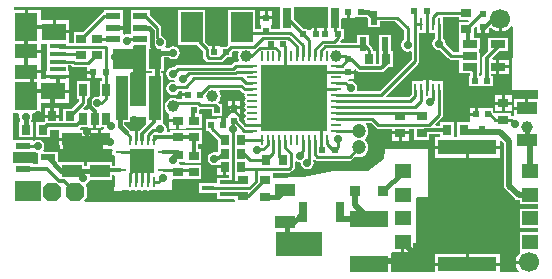
<source format=gtl>
G04 Layer_Physical_Order=1*
G04 Layer_Color=255*
%FSLAX25Y25*%
%MOIN*%
G70*
G01*
G75*
%ADD10R,0.01969X0.02362*%
%ADD11R,0.02362X0.01969*%
%ADD12R,0.03543X0.03150*%
%ADD13R,0.03150X0.03543*%
%ADD14R,0.07480X0.09350*%
%ADD15R,0.07480X0.04626*%
%ADD16R,0.07874X0.05807*%
%ADD17R,0.08268X0.05807*%
%ADD18R,0.05433X0.01772*%
%ADD19R,0.03937X0.14961*%
%ADD20R,0.06693X0.04331*%
%ADD21R,0.04331X0.06693*%
%ADD22O,0.00984X0.03543*%
%ADD23O,0.03543X0.00984*%
%ADD24R,0.22441X0.22441*%
%ADD25R,0.02559X0.04331*%
%ADD26R,0.04724X0.02362*%
%ADD27R,0.03150X0.06693*%
%ADD28R,0.00984X0.04331*%
%ADD29R,0.02362X0.04528*%
%ADD30R,0.02756X0.03543*%
%ADD31R,0.08071X0.08071*%
%ADD32O,0.00787X0.03543*%
%ADD33O,0.03543X0.00787*%
%ADD34R,0.05315X0.04724*%
%ADD35R,0.19685X0.04724*%
%ADD36R,0.12992X0.05512*%
%ADD37R,0.05118X0.02756*%
%ADD38R,0.07480X0.10236*%
%ADD39R,0.05118X0.02362*%
%ADD40R,0.03543X0.03543*%
%ADD41R,0.02953X0.07087*%
%ADD42R,0.04331X0.01575*%
%ADD43C,0.00984*%
%ADD44C,0.01181*%
%ADD45C,0.01575*%
%ADD46C,0.01969*%
%ADD47R,0.13780X0.06496*%
%ADD48R,0.07480X0.06890*%
%ADD49C,0.03937*%
%ADD50R,0.15748X0.07874*%
%ADD51R,0.09055X0.07087*%
%ADD52C,0.04724*%
%ADD53C,0.06693*%
G04:AMPARAMS|DCode=54|XSize=59.06mil|YSize=59.06mil|CornerRadius=0mil|HoleSize=0mil|Usage=FLASHONLY|Rotation=90.000|XOffset=0mil|YOffset=0mil|HoleType=Round|Shape=Octagon|*
%AMOCTAGOND54*
4,1,8,0.01476,0.02953,-0.01476,0.02953,-0.02953,0.01476,-0.02953,-0.01476,-0.01476,-0.02953,0.01476,-0.02953,0.02953,-0.01476,0.02953,0.01476,0.01476,0.02953,0.0*
%
%ADD54OCTAGOND54*%

%ADD55C,0.02756*%
%ADD56C,0.01969*%
G36*
X12244Y-15748D02*
Y-18307D01*
Y-22425D01*
X12032D01*
Y-23811D01*
X19465D01*
Y-22425D01*
X19252D01*
Y-20497D01*
X20271D01*
X20479Y-20706D01*
X20903Y-20989D01*
X21402Y-21088D01*
X25398D01*
Y-22335D01*
X27579D01*
Y-22835D01*
X28079D01*
Y-24819D01*
X29760D01*
Y-24819D01*
X29902Y-24606D01*
X30487D01*
Y-25787D01*
X29724D01*
Y-30607D01*
X29338Y-30925D01*
X29037Y-30865D01*
X28192Y-31033D01*
X27476Y-31511D01*
X26997Y-32228D01*
X26829Y-33073D01*
X26997Y-33917D01*
X27402Y-34524D01*
X27228Y-35024D01*
X25772D01*
Y-35236D01*
X24545D01*
X24354Y-34774D01*
X25234Y-33895D01*
X25516Y-33472D01*
X25616Y-32972D01*
Y-31693D01*
X26378D01*
Y-25787D01*
X22244D01*
Y-31693D01*
X23006D01*
Y-32432D01*
X20498Y-34941D01*
X17618D01*
Y-39048D01*
X16256D01*
Y-38000D01*
X11500D01*
Y-39332D01*
X11443Y-39370D01*
X8465D01*
Y-44488D01*
X13189D01*
Y-41858D01*
X15747D01*
X16224Y-41913D01*
X16224Y-42358D01*
Y-44579D01*
X24917D01*
Y-41913D01*
X23367D01*
X23170Y-41443D01*
X23452Y-41142D01*
X25772D01*
Y-41354D01*
X27551D01*
Y-38189D01*
X28551D01*
Y-41354D01*
X30331D01*
Y-41142D01*
X31049D01*
X31210Y-41452D01*
X30913Y-41913D01*
X30323D01*
Y-45079D01*
Y-48244D01*
X33836D01*
X34103Y-48744D01*
X34022Y-48866D01*
X33914Y-49409D01*
X34022Y-49953D01*
X34330Y-50414D01*
X34752Y-50696D01*
X34749Y-54107D01*
X33957D01*
Y-52756D01*
X25689D01*
Y-54103D01*
X24705D01*
Y-52756D01*
X16437D01*
X16437Y-52756D01*
Y-52756D01*
X16029Y-52538D01*
X15748Y-52257D01*
Y-49213D01*
X11177D01*
X10910Y-48713D01*
X11194Y-48288D01*
X11362Y-47443D01*
X11194Y-46598D01*
X10715Y-45882D01*
X9999Y-45404D01*
X9154Y-45235D01*
X8309Y-45404D01*
X7980Y-45623D01*
X7480Y-45472D01*
Y-45472D01*
X7480Y-45472D01*
X1302D01*
X949Y-45118D01*
X975Y-36482D01*
X2704D01*
X3033Y-36982D01*
X2910Y-37598D01*
X3078Y-38443D01*
X3364Y-38870D01*
X3096Y-39370D01*
X2953D01*
Y-44488D01*
X7677D01*
Y-39370D01*
X6921D01*
Y-38798D01*
X7158Y-38443D01*
X7326Y-37598D01*
X7203Y-36982D01*
X7532Y-36482D01*
X10055D01*
Y-32939D01*
X13870D01*
Y-29035D01*
X14370D01*
Y-28535D01*
X19504D01*
Y-25132D01*
X19465D01*
Y-24811D01*
X12032D01*
Y-25132D01*
X10055D01*
Y-23039D01*
X5315D01*
Y-22039D01*
X10055D01*
Y-19226D01*
X10055D01*
Y-19160D01*
X10055D01*
Y-16346D01*
X5315D01*
Y-15347D01*
X10055D01*
Y-13254D01*
X12244D01*
Y-15748D01*
D02*
G37*
G36*
X113118Y-4543D02*
X114799D01*
Y-4543D01*
X114941Y-4331D01*
X118792D01*
X119291Y-4830D01*
Y-7579D01*
X123228D01*
Y-5832D01*
X128298D01*
X131176Y-8710D01*
Y-11949D01*
X130919Y-12120D01*
X130441Y-12836D01*
X130272Y-13681D01*
X130441Y-14526D01*
X130919Y-15242D01*
X131635Y-15721D01*
X132480Y-15889D01*
X133235Y-15739D01*
X133735Y-16003D01*
Y-18456D01*
X123082Y-29109D01*
X115707D01*
X115444Y-28609D01*
X115594Y-27854D01*
X115426Y-27009D01*
X114947Y-26293D01*
X114231Y-25815D01*
X113386Y-25647D01*
X112970Y-25729D01*
X112794Y-25554D01*
X112560Y-25398D01*
X112712Y-24898D01*
X114681D01*
Y-23216D01*
X112697D01*
Y-22217D01*
X114681D01*
Y-21901D01*
X115143Y-21710D01*
X115357Y-21924D01*
X115643Y-22352D01*
X116099Y-22656D01*
X116637Y-22763D01*
X123652D01*
X124189Y-22656D01*
X124645Y-22352D01*
X126032Y-20965D01*
X127461D01*
Y-15846D01*
X126969D01*
Y-10335D01*
X123031D01*
Y-15846D01*
X122736D01*
Y-19953D01*
X121949D01*
Y-15846D01*
X120891D01*
Y-15453D01*
X120792Y-14954D01*
X120509Y-14530D01*
X119488Y-13509D01*
Y-10335D01*
X115551D01*
Y-12869D01*
X110101D01*
X109910Y-12408D01*
X110155Y-12163D01*
X110390Y-11811D01*
X111201D01*
Y-8268D01*
X110315D01*
Y-4993D01*
X110437Y-4543D01*
X112118D01*
Y-2559D01*
X113118D01*
Y-4543D01*
D02*
G37*
G36*
X149409Y-5315D02*
X152542D01*
X152729Y-5752D01*
X152440Y-6102D01*
X149409D01*
Y-10827D01*
X149686D01*
X149705Y-11319D01*
X149705Y-11319D01*
X149705Y-11319D01*
Y-15920D01*
X147489D01*
X145061Y-13492D01*
X145121Y-13189D01*
X144953Y-12344D01*
X144474Y-11628D01*
X144218Y-11456D01*
Y-6594D01*
X144193Y-6469D01*
Y-4257D01*
X149409D01*
Y-5315D01*
D02*
G37*
G36*
X45374Y-38287D02*
D01*
Y-39469D01*
X45374Y-39469D01*
X45374D01*
X45207Y-39908D01*
X42907Y-42209D01*
X39891D01*
X39869Y-42102D01*
X39521Y-41581D01*
X38023Y-40083D01*
Y-39469D01*
X39862D01*
Y-38287D01*
Y-37598D01*
X45374D01*
Y-38287D01*
D02*
G37*
G36*
X45365Y-13850D02*
X45374Y-14075D01*
X45374Y-14075D01*
Y-22343D01*
X47115D01*
Y-22933D01*
X45374D01*
Y-34154D01*
X40216D01*
X39862Y-33800D01*
Y-22933D01*
X40157Y-22555D01*
X40862D01*
Y-18709D01*
X37697D01*
Y-17709D01*
X40862D01*
Y-13862D01*
X41246Y-13583D01*
X45125D01*
X45365Y-13850D01*
D02*
G37*
G36*
X8309Y-49483D02*
X9055Y-49631D01*
Y-53150D01*
X8733Y-53516D01*
X7480D01*
Y-52953D01*
X1279D01*
X926Y-52599D01*
X936Y-49409D01*
X7480D01*
X7480Y-49409D01*
Y-49409D01*
X7980Y-49263D01*
X8309Y-49483D01*
D02*
G37*
G36*
X163787Y-9239D02*
X164422Y-9156D01*
X165479Y-8718D01*
X166387Y-8021D01*
X166899Y-7355D01*
X167398Y-7525D01*
X167323Y-28543D01*
X175886D01*
X175890Y-31225D01*
X175537Y-31579D01*
X172646D01*
Y-34744D01*
X172146D01*
Y-35244D01*
X167799D01*
Y-37036D01*
X167401Y-37314D01*
X167298Y-37285D01*
X166929Y-37036D01*
Y-36220D01*
X161811D01*
Y-36247D01*
X161374Y-36434D01*
X161024Y-36145D01*
Y-34744D01*
X157711Y-34744D01*
X157299Y-34532D01*
X157068Y-34532D01*
X155815D01*
Y-36713D01*
X155315D01*
Y-37213D01*
X153331D01*
Y-38870D01*
X153331Y-38894D01*
X153274Y-39370D01*
X148721D01*
Y-44472D01*
X147933D01*
Y-39370D01*
X143209D01*
Y-40623D01*
X141797D01*
X141606Y-40161D01*
X143836Y-37930D01*
X144119Y-37507D01*
X144218Y-37008D01*
Y-28642D01*
X144193Y-28516D01*
Y-25689D01*
X140469D01*
Y-25476D01*
X139476D01*
Y-28642D01*
X138476D01*
Y-25476D01*
X137484D01*
Y-25689D01*
X133760D01*
Y-28516D01*
X133735Y-28642D01*
Y-30063D01*
X132720Y-31077D01*
X125456D01*
X125265Y-30615D01*
X135962Y-19918D01*
X136245Y-19495D01*
X136344Y-18996D01*
Y-9547D01*
X137484D01*
Y-9760D01*
X138476D01*
Y-6594D01*
X139476D01*
Y-9760D01*
X140469D01*
Y-9547D01*
X141609D01*
Y-11456D01*
X141352Y-11628D01*
X140874Y-12344D01*
X140706Y-13189D01*
X140874Y-14034D01*
X141352Y-14750D01*
X142069Y-15229D01*
X142913Y-15397D01*
X143216Y-15337D01*
X146026Y-18147D01*
X146450Y-18430D01*
X146949Y-18529D01*
X149705D01*
Y-23130D01*
X153230D01*
X153339Y-23239D01*
Y-23917D01*
X152776D01*
Y-27461D01*
X156567D01*
X157067Y-27461D01*
X157213Y-27461D01*
X161004D01*
Y-23917D01*
X160165D01*
Y-23343D01*
X162000D01*
Y-20965D01*
Y-18587D01*
X160856D01*
X160649Y-18087D01*
X163086Y-15650D01*
X165847D01*
Y-11319D01*
X159153D01*
Y-15608D01*
X157766Y-16996D01*
X157462Y-17451D01*
X157355Y-17989D01*
Y-23476D01*
X156855Y-23917D01*
X156649D01*
X156149Y-23719D01*
Y-23130D01*
X156398D01*
Y-19390D01*
Y-15650D01*
Y-11319D01*
X154547D01*
X154528Y-10827D01*
X154528Y-10827D01*
X154528Y-10827D01*
Y-7991D01*
X155132Y-7386D01*
X155595Y-7577D01*
Y-9839D01*
X157079D01*
Y-7658D01*
X158079D01*
Y-9839D01*
X159563D01*
Y-7985D01*
X160036Y-7824D01*
X160187Y-8021D01*
X161095Y-8718D01*
X162153Y-9156D01*
X162787Y-9239D01*
Y-4921D01*
X163787D01*
Y-9239D01*
D02*
G37*
G36*
X121715Y-41178D02*
X122139Y-41461D01*
X122638Y-41561D01*
X127248D01*
Y-42512D01*
X132791D01*
Y-41561D01*
X134547D01*
Y-45374D01*
X139665D01*
Y-43433D01*
X143209D01*
Y-44472D01*
X141520D01*
Y-47335D01*
X163205D01*
Y-45842D01*
X163667Y-45650D01*
X164532Y-46516D01*
Y-60532D01*
X164670Y-61223D01*
X165061Y-61809D01*
X168113Y-64860D01*
X168699Y-65251D01*
X169390Y-65389D01*
X169783D01*
Y-66732D01*
X175947D01*
X175950Y-67953D01*
X175596Y-68307D01*
X169783D01*
Y-74606D01*
X175960D01*
X175962Y-75827D01*
X175609Y-76181D01*
X169783D01*
Y-82480D01*
X169783Y-82480D01*
X169783D01*
X169839Y-82942D01*
X169735Y-83022D01*
X169038Y-83930D01*
X168600Y-84987D01*
X168517Y-85622D01*
X172835D01*
Y-86622D01*
X168517D01*
X168600Y-87257D01*
X169038Y-88314D01*
X169540Y-88968D01*
X169294Y-89468D01*
X163205D01*
Y-87311D01*
X141520D01*
Y-89468D01*
X126984D01*
Y-83165D01*
X127017Y-82935D01*
X127375Y-82693D01*
X130209D01*
Y-79331D01*
X131209D01*
Y-82693D01*
X134366D01*
Y-79528D01*
X135138D01*
Y-64728D01*
X135495Y-64378D01*
X139370Y-64468D01*
X139272Y-48425D01*
X124803D01*
X124705Y-51673D01*
X119095Y-55709D01*
X107677D01*
X97721Y-57597D01*
X97295Y-57656D01*
X87762Y-58037D01*
X87402Y-57690D01*
Y-56398D01*
X87830Y-56226D01*
X92870D01*
X93369Y-56127D01*
X93792Y-55844D01*
X94427Y-55210D01*
X94709Y-54786D01*
X94809Y-54287D01*
Y-52628D01*
X95309Y-52361D01*
X95715Y-52633D01*
X96560Y-52801D01*
X96640Y-52785D01*
X96767Y-52911D01*
X96934Y-53756D01*
X97413Y-54472D01*
X98129Y-54951D01*
X98974Y-55119D01*
X99819Y-54951D01*
X100535Y-54472D01*
X101014Y-53756D01*
X101182Y-52911D01*
X101028Y-52139D01*
X101271Y-51897D01*
X101405Y-51808D01*
X101828Y-52091D01*
X102327Y-52190D01*
X113091D01*
X113590Y-52091D01*
X114013Y-51808D01*
X115036Y-50786D01*
X115320Y-50903D01*
X116142Y-51011D01*
X116964Y-50903D01*
X117730Y-50586D01*
X118388Y-50081D01*
X118893Y-49423D01*
X119210Y-48657D01*
X119318Y-47835D01*
X119210Y-47012D01*
X118893Y-46246D01*
X118388Y-45588D01*
X118114Y-45378D01*
Y-44878D01*
X118388Y-44668D01*
X118893Y-44010D01*
X119210Y-43244D01*
X119318Y-42421D01*
X119210Y-41599D01*
X118893Y-40833D01*
X118388Y-40175D01*
X118280Y-40092D01*
X118450Y-39592D01*
X120129D01*
X121715Y-41178D01*
D02*
G37*
G36*
X105787Y-8055D02*
X105441D01*
Y-10039D01*
X104441D01*
Y-8055D01*
X102760D01*
Y-8055D01*
X102252D01*
Y-10039D01*
X101252D01*
Y-8055D01*
X99571D01*
Y-8055D01*
X99429Y-8268D01*
X97731D01*
X94410Y-4946D01*
Y-984D01*
X105787D01*
Y-8055D01*
D02*
G37*
G36*
X89882Y-8243D02*
X87361D01*
X87008Y-7889D01*
Y-7239D01*
X87221Y-6827D01*
X87221Y-6557D01*
Y-5146D01*
X83252D01*
Y-6827D01*
X83465Y-7239D01*
Y-7889D01*
X83111Y-8243D01*
X81693D01*
Y-1870D01*
X72638D01*
Y-13588D01*
X71954Y-14272D01*
X70329D01*
X69917Y-14059D01*
X69917Y-14059D01*
X69917Y-14059D01*
X68236D01*
Y-16043D01*
X67236D01*
Y-14059D01*
X66317D01*
X64961Y-12702D01*
Y-1870D01*
X55905D01*
Y-13681D01*
X62249D01*
X64168Y-15599D01*
Y-17476D01*
X64267Y-17975D01*
X64550Y-18398D01*
X65184Y-19033D01*
X65607Y-19316D01*
X66107Y-19415D01*
X69961D01*
X70460Y-19316D01*
X70883Y-19033D01*
X72101Y-17815D01*
X73996D01*
Y-15920D01*
X74241Y-15675D01*
X75840D01*
X76077Y-16175D01*
X75858Y-16702D01*
X75764Y-17421D01*
X75858Y-18141D01*
X76117Y-18766D01*
X75986Y-19133D01*
X75920Y-19266D01*
X75232D01*
X74733Y-19366D01*
X74309Y-19648D01*
X73707Y-20251D01*
X55805D01*
X55306Y-20350D01*
X54883Y-20633D01*
X54434Y-21082D01*
X54131Y-21022D01*
X53286Y-21190D01*
X52570Y-21668D01*
X52091Y-22385D01*
X51923Y-23230D01*
X52091Y-24074D01*
X52570Y-24791D01*
X53286Y-25269D01*
X54131Y-25437D01*
X54700Y-25324D01*
X55034Y-25568D01*
X55107Y-25672D01*
X54631Y-26022D01*
X54235Y-25943D01*
X53390Y-26111D01*
X52674Y-26590D01*
X52195Y-27306D01*
X52027Y-28151D01*
X52195Y-28996D01*
X52674Y-29712D01*
X53390Y-30191D01*
X54235Y-30359D01*
X55080Y-30191D01*
X55796Y-29712D01*
X56275Y-28996D01*
X56301Y-28865D01*
X57268D01*
Y-29815D01*
X59252D01*
Y-30815D01*
X57268D01*
Y-31668D01*
X55531D01*
X55050Y-31469D01*
X54331Y-31374D01*
X53611Y-31469D01*
X52941Y-31746D01*
X52365Y-32188D01*
X51923Y-32764D01*
X51646Y-33434D01*
X51551Y-34154D01*
X51646Y-34873D01*
X51923Y-35543D01*
X52365Y-36119D01*
X52937Y-36558D01*
Y-38476D01*
X55709D01*
Y-38976D01*
X56209D01*
Y-41551D01*
X58480D01*
Y-41551D01*
X58661Y-41339D01*
X63779D01*
Y-36614D01*
X62992D01*
Y-35396D01*
X63337Y-35114D01*
X67126D01*
Y-37205D01*
X70669D01*
Y-33268D01*
X69561D01*
X69464Y-33170D01*
X69298Y-32702D01*
X69449Y-32465D01*
X69730Y-32098D01*
X70008Y-31428D01*
X70103Y-30709D01*
X70008Y-29989D01*
X69730Y-29319D01*
X69613Y-29167D01*
X69860Y-28667D01*
X76428D01*
X77129Y-29367D01*
X77552Y-29650D01*
X77701Y-29680D01*
X78053Y-29874D01*
X78059Y-30250D01*
X78026Y-30413D01*
X78125Y-30913D01*
X78408Y-31336D01*
Y-31459D01*
X78125Y-31883D01*
X78026Y-32382D01*
X78125Y-32881D01*
X78408Y-33304D01*
Y-33428D01*
X78125Y-33851D01*
X78026Y-34350D01*
X78125Y-34850D01*
X78408Y-35273D01*
Y-35396D01*
X78125Y-35820D01*
X78026Y-36319D01*
X78125Y-36818D01*
X78408Y-37241D01*
Y-37365D01*
X78125Y-37788D01*
X78026Y-38287D01*
X78125Y-38787D01*
X78285Y-39026D01*
X78255Y-39180D01*
X77937Y-39656D01*
X77880Y-39725D01*
X77404Y-39830D01*
X76165Y-38592D01*
Y-37270D01*
X76378Y-36858D01*
X76378Y-36588D01*
Y-35177D01*
X72409D01*
Y-36858D01*
X72622Y-37270D01*
Y-37820D01*
X72268Y-38173D01*
X71366D01*
Y-40354D01*
X70366D01*
Y-38173D01*
X68882D01*
Y-38173D01*
X68701Y-38386D01*
X65158D01*
Y-42323D01*
X66244D01*
X66400Y-42556D01*
X69095Y-45250D01*
Y-47293D01*
X69095D01*
Y-49159D01*
X69010Y-49255D01*
X68594Y-49504D01*
X67917Y-49369D01*
X67072Y-49538D01*
X66356Y-50016D01*
X65877Y-50732D01*
X65709Y-51577D01*
X65877Y-52422D01*
X66356Y-53139D01*
X67072Y-53617D01*
X67917Y-53785D01*
X68382Y-53693D01*
X68432Y-53732D01*
X71457D01*
Y-54232D01*
X71957D01*
Y-57004D01*
X73006D01*
Y-57874D01*
X68799D01*
Y-59342D01*
X68799Y-59842D01*
X62894D01*
Y-62992D01*
X68799D01*
X68799Y-63492D01*
Y-64961D01*
X74705D01*
X74902Y-65379D01*
Y-65945D01*
X24767D01*
X24576Y-65483D01*
X25394Y-64665D01*
Y-60925D01*
X25152Y-60684D01*
X25295Y-60120D01*
X25873Y-59733D01*
X26352Y-59017D01*
X26423Y-58661D01*
X33957D01*
Y-57070D01*
X34360Y-56998D01*
X34747Y-57343D01*
X34744Y-60039D01*
X34547Y-62205D01*
X39494Y-62175D01*
X39862Y-62248D01*
X40254Y-62170D01*
X41404Y-62163D01*
X41831Y-62248D01*
X42284Y-62157D01*
X43314Y-62151D01*
X43799Y-62248D01*
X44315Y-62145D01*
X45224Y-62140D01*
X45768Y-62248D01*
X46312Y-62140D01*
X46340Y-62120D01*
X53839Y-61992D01*
Y-58621D01*
X54192Y-58268D01*
X58366D01*
X58563Y-58465D01*
Y-58465D01*
X63681D01*
Y-53740D01*
X58563D01*
X58366Y-53543D01*
Y-53543D01*
X56384D01*
X56133Y-53082D01*
X56336Y-52756D01*
X58145D01*
X58563Y-52953D01*
Y-52953D01*
X58563Y-52953D01*
X63681D01*
Y-48228D01*
X62527D01*
Y-46850D01*
X63779D01*
Y-42126D01*
X58661D01*
Y-42126D01*
X58268Y-42126D01*
Y-42126D01*
X53150D01*
Y-42537D01*
X52650Y-42744D01*
X52114Y-42209D01*
X52043Y-42122D01*
X52101Y-41831D01*
X51933Y-40986D01*
X51455Y-40270D01*
X50978Y-39951D01*
X50886Y-39469D01*
X50886D01*
X50886Y-39469D01*
Y-22933D01*
X50326D01*
Y-22343D01*
X51279D01*
Y-17846D01*
X52836D01*
X53486Y-18280D01*
X54331Y-18448D01*
X55176Y-18280D01*
X55892Y-17801D01*
X56370Y-17085D01*
X56538Y-16240D01*
X56370Y-15395D01*
X55892Y-14679D01*
X55176Y-14200D01*
X54331Y-14032D01*
X53486Y-14200D01*
X52836Y-14635D01*
X51783D01*
X51515Y-14134D01*
X51845Y-13641D01*
X52013Y-12796D01*
X51845Y-11951D01*
X51367Y-11235D01*
X50651Y-10756D01*
X50224Y-10671D01*
Y-8086D01*
X50125Y-7587D01*
X49842Y-7164D01*
X46457Y-3778D01*
Y-2165D01*
X40157D01*
Y-6102D01*
Y-9788D01*
X40058Y-9900D01*
X39658Y-10133D01*
X38978Y-9997D01*
X38133Y-10166D01*
X38043Y-10226D01*
X37614Y-9911D01*
Y-8374D01*
X34252D01*
Y-7374D01*
X37614D01*
Y-5693D01*
X37402D01*
Y-2165D01*
X31102D01*
Y-2829D01*
X30603Y-2929D01*
X30180Y-3211D01*
X24139Y-9252D01*
X21063D01*
Y-12967D01*
X19504D01*
Y-9850D01*
X14567D01*
Y-9350D01*
X14067D01*
Y-5447D01*
X10055D01*
Y-1904D01*
X5815D01*
Y-7579D01*
X4815D01*
Y-1904D01*
X1434D01*
X1081Y-1550D01*
X1083Y-1083D01*
X1123Y-984D01*
X89882D01*
Y-8243D01*
D02*
G37*
%LPC*%
G36*
X29323Y-41913D02*
X25476D01*
Y-44579D01*
X29323D01*
Y-41913D01*
D02*
G37*
G36*
X129520Y-43512D02*
X127248D01*
Y-45587D01*
X129520D01*
Y-43512D01*
D02*
G37*
G36*
X132791D02*
X130520D01*
Y-45587D01*
X132791D01*
Y-43512D01*
D02*
G37*
G36*
X13378Y-34728D02*
X11500D01*
Y-37000D01*
X13378D01*
Y-34728D01*
D02*
G37*
G36*
X151862Y-83449D02*
X141520D01*
Y-86311D01*
X151862D01*
Y-83449D01*
D02*
G37*
G36*
X55209Y-39476D02*
X52937D01*
Y-41551D01*
X55209D01*
Y-39476D01*
D02*
G37*
G36*
X29323Y-45579D02*
X25476D01*
Y-48244D01*
X29323D01*
Y-45579D01*
D02*
G37*
G36*
X163205Y-48335D02*
X152862D01*
Y-51197D01*
X163205D01*
Y-48335D01*
D02*
G37*
G36*
X151862D02*
X141520D01*
Y-51197D01*
X151862D01*
Y-48335D01*
D02*
G37*
G36*
X70957Y-54732D02*
X68882D01*
Y-57004D01*
X70957D01*
Y-54732D01*
D02*
G37*
G36*
X163205Y-83449D02*
X152862D01*
Y-86311D01*
X163205D01*
Y-83449D01*
D02*
G37*
G36*
X24917Y-45579D02*
X21071D01*
Y-48244D01*
X24917D01*
Y-45579D01*
D02*
G37*
G36*
X20071D02*
X16224D01*
Y-48244D01*
X20071D01*
Y-45579D01*
D02*
G37*
G36*
X27079Y-23335D02*
X25398D01*
Y-24819D01*
X27079D01*
Y-23335D01*
D02*
G37*
G36*
X166059Y-21465D02*
X163000D01*
Y-23343D01*
X166059D01*
Y-21465D01*
D02*
G37*
G36*
X163870Y-30496D02*
X161598D01*
Y-32571D01*
X163870D01*
Y-30496D01*
D02*
G37*
G36*
X167142D02*
X164870D01*
Y-32571D01*
X167142D01*
Y-30496D01*
D02*
G37*
G36*
X84736Y-2465D02*
X83252D01*
Y-4146D01*
X84736D01*
Y-2465D01*
D02*
G37*
G36*
X87221D02*
X85736D01*
Y-4146D01*
X87221D01*
Y-2465D01*
D02*
G37*
G36*
X166059Y-18587D02*
X163000D01*
Y-20465D01*
X166059D01*
Y-18587D01*
D02*
G37*
G36*
X19504Y-5447D02*
X15067D01*
Y-8850D01*
X19504D01*
Y-5447D01*
D02*
G37*
G36*
X163870Y-33571D02*
X161598D01*
Y-35646D01*
X163870D01*
Y-33571D01*
D02*
G37*
G36*
X167142D02*
X164870D01*
Y-35646D01*
X167142D01*
Y-33571D01*
D02*
G37*
G36*
X16256Y-34728D02*
X14378D01*
Y-37000D01*
X16256D01*
Y-34728D01*
D02*
G37*
G36*
X154815Y-34532D02*
X153331D01*
Y-36213D01*
X154815D01*
Y-34532D01*
D02*
G37*
G36*
X76378Y-32496D02*
X74894D01*
Y-34177D01*
X76378D01*
Y-32496D01*
D02*
G37*
G36*
X19504Y-29535D02*
X14870D01*
Y-32939D01*
X19504D01*
Y-29535D01*
D02*
G37*
G36*
X171646Y-31579D02*
X167799D01*
Y-34244D01*
X171646D01*
Y-31579D01*
D02*
G37*
G36*
X73894Y-32496D02*
X72409D01*
Y-34177D01*
X73894D01*
Y-32496D01*
D02*
G37*
%LPD*%
D10*
X68898Y-35236D02*
D03*
X70866Y-40354D02*
D03*
X66929D02*
D03*
X159252Y-36713D02*
D03*
X155315D02*
D03*
X157283Y-41831D02*
D03*
X63189Y-30315D02*
D03*
X59252D02*
D03*
X61221Y-35433D02*
D03*
X112697Y-18425D02*
D03*
Y-22716D02*
D03*
X85236Y-8937D02*
D03*
Y-4646D02*
D03*
X157579Y-3366D02*
D03*
Y-7658D02*
D03*
X74394Y-34677D02*
D03*
Y-38969D02*
D03*
D11*
X86732Y-13386D02*
D03*
X91024D02*
D03*
X101752Y-10039D02*
D03*
X97461D02*
D03*
X109232Y-10039D02*
D03*
X104941D02*
D03*
X103957Y-48819D02*
D03*
X108248D02*
D03*
X134468Y-2264D02*
D03*
X138760D02*
D03*
X72027Y-16043D02*
D03*
X67736D02*
D03*
X31870Y-22835D02*
D03*
X27579D02*
D03*
X159035Y-25689D02*
D03*
X154744D02*
D03*
X112618Y-2559D02*
D03*
X116909D02*
D03*
D12*
X55709Y-38976D02*
D03*
Y-44488D02*
D03*
X55807Y-50394D02*
D03*
Y-55905D02*
D03*
X61221Y-44488D02*
D03*
Y-38976D02*
D03*
X61122Y-50591D02*
D03*
Y-56102D02*
D03*
X77461Y-64173D02*
D03*
Y-58661D02*
D03*
X84842Y-58760D02*
D03*
Y-64272D02*
D03*
X28839Y-17126D02*
D03*
Y-11614D02*
D03*
X23622D02*
D03*
Y-17126D02*
D03*
X130020Y-43012D02*
D03*
Y-37500D02*
D03*
X137106Y-43012D02*
D03*
Y-37500D02*
D03*
X151969Y-2953D02*
D03*
Y-8465D02*
D03*
X164370Y-38583D02*
D03*
Y-33071D02*
D03*
D13*
X71457Y-45472D02*
D03*
X76968D02*
D03*
X10827Y-41929D02*
D03*
X5315D02*
D03*
X71457Y-54232D02*
D03*
X76968D02*
D03*
X125098Y-18406D02*
D03*
X119587D02*
D03*
X71457Y-49852D02*
D03*
X76968D02*
D03*
X151083Y-41929D02*
D03*
X145571D02*
D03*
X90847Y-52067D02*
D03*
X85335D02*
D03*
D14*
X5315Y-30807D02*
D03*
Y-7579D02*
D03*
D15*
Y-15846D02*
D03*
Y-22539D02*
D03*
D16*
X14567Y-9350D02*
D03*
D17*
X14370Y-29035D02*
D03*
D18*
X15748Y-14075D02*
D03*
Y-24311D02*
D03*
Y-21752D02*
D03*
Y-16634D02*
D03*
Y-19193D02*
D03*
D19*
X37106Y-31201D02*
D03*
X48130D02*
D03*
D20*
X172146Y-34744D02*
D03*
Y-45374D02*
D03*
X20571Y-45079D02*
D03*
Y-55709D02*
D03*
X29823Y-45079D02*
D03*
Y-55709D02*
D03*
X91437Y-62008D02*
D03*
Y-72638D02*
D03*
D21*
X37697Y-18209D02*
D03*
X48327D02*
D03*
D22*
X105413Y-17421D02*
D03*
X103445D02*
D03*
X101476D02*
D03*
X99508D02*
D03*
X97539D02*
D03*
X95571D02*
D03*
X93602D02*
D03*
X91634D02*
D03*
X89665D02*
D03*
X87697D02*
D03*
X85728D02*
D03*
X83760D02*
D03*
Y-45374D02*
D03*
X85728D02*
D03*
X87697D02*
D03*
X89665D02*
D03*
X91634D02*
D03*
X93602D02*
D03*
X95571D02*
D03*
X97539D02*
D03*
X99508D02*
D03*
X101476D02*
D03*
X103445D02*
D03*
X105413D02*
D03*
D23*
X80610Y-20571D02*
D03*
Y-22539D02*
D03*
Y-24508D02*
D03*
Y-26476D02*
D03*
Y-28445D02*
D03*
Y-30413D02*
D03*
Y-32382D02*
D03*
Y-34350D02*
D03*
Y-36319D02*
D03*
Y-38287D02*
D03*
Y-40256D02*
D03*
Y-42224D02*
D03*
X108563D02*
D03*
Y-40256D02*
D03*
Y-38287D02*
D03*
Y-36319D02*
D03*
Y-34350D02*
D03*
Y-32382D02*
D03*
Y-30413D02*
D03*
Y-28445D02*
D03*
Y-26476D02*
D03*
Y-24508D02*
D03*
Y-22539D02*
D03*
Y-20571D02*
D03*
D24*
X94587Y-31398D02*
D03*
D25*
X24311Y-28740D02*
D03*
X31791D02*
D03*
Y-38189D02*
D03*
X28051D02*
D03*
X24311D02*
D03*
D26*
X34252Y-4134D02*
D03*
Y-7874D02*
D03*
Y-11614D02*
D03*
X43307D02*
D03*
Y-7874D02*
D03*
Y-4134D02*
D03*
D27*
X97539Y-69488D02*
D03*
X109744D02*
D03*
D28*
X142913Y-6594D02*
D03*
X140945D02*
D03*
X138976D02*
D03*
X137008D02*
D03*
X135039D02*
D03*
Y-28642D02*
D03*
X137008D02*
D03*
X138976D02*
D03*
X140945D02*
D03*
X142913D02*
D03*
D29*
X121260Y-4528D02*
D03*
X125000Y-13386D02*
D03*
X117520D02*
D03*
D30*
X13878Y-37500D02*
D03*
X19783D02*
D03*
D31*
X43799Y-52362D02*
D03*
D32*
X39862Y-45276D02*
D03*
X41831D02*
D03*
X43799D02*
D03*
X45768D02*
D03*
X47736D02*
D03*
Y-59449D02*
D03*
X45768D02*
D03*
X43799D02*
D03*
X41831D02*
D03*
X39862D02*
D03*
D33*
X50886Y-49409D02*
D03*
Y-55315D02*
D03*
X36713D02*
D03*
Y-49409D02*
D03*
D34*
X130709Y-79331D02*
D03*
Y-71457D02*
D03*
Y-63583D02*
D03*
Y-55709D02*
D03*
X173228D02*
D03*
Y-63583D02*
D03*
Y-71457D02*
D03*
Y-79331D02*
D03*
D35*
X152362Y-47835D02*
D03*
Y-86811D02*
D03*
D36*
X119488Y-71752D02*
D03*
Y-86713D02*
D03*
D37*
X153051Y-13484D02*
D03*
Y-17224D02*
D03*
Y-20965D02*
D03*
X162500D02*
D03*
Y-13484D02*
D03*
D38*
X77165Y-7776D02*
D03*
X60433D02*
D03*
D39*
X12402Y-51181D02*
D03*
X4134Y-54921D02*
D03*
Y-47441D02*
D03*
D40*
X114862Y-62500D02*
D03*
X124311D02*
D03*
D41*
X92146Y-4528D02*
D03*
X108051D02*
D03*
D42*
X65847Y-61417D02*
D03*
X71752Y-59449D02*
D03*
Y-63386D02*
D03*
D43*
X67323Y-41634D02*
X71457Y-45768D01*
X67323Y-41634D02*
Y-40354D01*
X50886Y-55315D02*
X60335D01*
X61122Y-56102D01*
X62500Y-32972D02*
X63337Y-33809D01*
X68258D02*
X69291Y-34843D01*
X63337Y-33809D02*
X68258D01*
X71260Y-37697D02*
X73425Y-35531D01*
X71260Y-40354D02*
Y-37697D01*
X55512Y-32972D02*
X62500D01*
X54331Y-34154D02*
X55512Y-32972D01*
X77362Y-45374D02*
X83760D01*
X74311Y-59350D02*
Y-41741D01*
X74831Y-41221D01*
X63189Y-30315D02*
X66142Y-27362D01*
X74606D01*
X76968D01*
X78051Y-28445D01*
X80610D01*
X61358Y-24705D02*
X76870D01*
X78642Y-26476D01*
X80610D01*
X58502Y-27560D02*
X61358Y-24705D01*
X54235Y-28151D02*
X54826Y-27560D01*
X58502D01*
X57483Y-25100D02*
X59453Y-23130D01*
X75490Y-22539D02*
X80610D01*
X59453Y-23130D02*
X74900D01*
X75490Y-22539D01*
X54131Y-23230D02*
X55805Y-21555D01*
X74248D01*
X75232Y-20571D01*
X31693Y-23524D02*
X31791Y-23622D01*
Y-28740D02*
Y-23622D01*
X16142Y-14272D02*
X31988D01*
X31693Y-23524D02*
X31988Y-23228D01*
Y-14272D01*
X28839Y-11614D02*
X34252D01*
X28500Y-17126D02*
X28839D01*
X25842Y-19783D02*
X28500Y-17126D01*
X21402Y-19783D02*
X25842D01*
X20811Y-19193D02*
X21402Y-19783D01*
X16142Y-19193D02*
X20811D01*
X16142Y-16634D02*
X23130D01*
X16142Y-14272D02*
Y-14075D01*
X135039Y-30603D02*
Y-28642D01*
X133261Y-32382D02*
X135039Y-30603D01*
X137008Y-32185D02*
Y-28642D01*
X134843Y-34350D02*
X137008Y-32185D01*
X87697Y-49705D02*
Y-45374D01*
X84351Y-48290D02*
X85728Y-46912D01*
Y-45374D01*
X164370Y-38583D02*
X166929D01*
X168209Y-39862D01*
X161614Y-38583D02*
X164370D01*
X159744Y-36713D02*
X161614Y-38583D01*
X159252Y-36713D02*
X159744D01*
X132480Y-13681D02*
Y-8169D01*
X128839Y-4528D02*
X132480Y-8169D01*
X121260Y-4528D02*
X128839D01*
X146949Y-17224D02*
X152559D01*
X142913Y-13189D02*
X146949Y-17224D01*
X142913Y-13189D02*
Y-6594D01*
X142224Y-2953D02*
X151969D01*
X140945Y-4232D02*
X142224Y-2953D01*
X140945Y-6594D02*
Y-4232D01*
X45768Y-54724D02*
X45965Y-54528D01*
X45768Y-59449D02*
Y-54724D01*
X43799Y-52756D02*
X45079Y-54035D01*
X41831Y-54331D02*
X43799Y-52362D01*
Y-52756D02*
Y-52362D01*
Y-56496D02*
Y-52756D01*
Y-52362D02*
X43799Y-52362D01*
X43799Y-56496D02*
X43799Y-56496D01*
Y-59449D02*
Y-56496D01*
X41831Y-59449D02*
Y-54331D01*
X39862Y-56299D02*
X41634Y-54528D01*
X39862Y-59449D02*
Y-56299D01*
X36713Y-49409D02*
X40846D01*
X41634Y-50197D01*
X41831Y-45276D02*
Y-41437D01*
X38386Y-42717D02*
X39862Y-44193D01*
Y-45276D02*
Y-44193D01*
X49696Y-42028D02*
X49893Y-41831D01*
X47441Y-42028D02*
X49696D01*
X45768Y-43701D02*
X47441Y-42028D01*
X45768Y-45276D02*
Y-43701D01*
X117520Y-13386D02*
X119587Y-15453D01*
Y-18406D02*
Y-15453D01*
X135039Y-18996D02*
Y-6594D01*
X123622Y-30413D02*
X135039Y-18996D01*
X108563Y-30413D02*
X123622D01*
X139665Y-40256D02*
X142913Y-37008D01*
X47785Y-37978D02*
Y-37549D01*
X138091Y-17520D02*
X138976Y-18406D01*
Y-28642D02*
Y-18406D01*
X138091Y-17520D02*
X138976Y-16634D01*
Y-6594D01*
X135039D02*
X137008D01*
X140945Y-32087D02*
Y-28642D01*
X142913Y-37008D02*
Y-28642D01*
X108563Y-26476D02*
X111872D01*
X112500Y-26969D02*
X113386Y-27854D01*
X112364Y-26969D02*
X112500D01*
X111872Y-26476D02*
X112364Y-26969D01*
X97539Y-28445D02*
X98917Y-27067D01*
X94587Y-31398D02*
X97539Y-28445D01*
X108563D01*
Y-42224D02*
X115945D01*
X116142Y-42421D01*
X103445Y-45374D02*
Y-40256D01*
Y-22539D02*
X108563D01*
X98917Y-27067D02*
X103248Y-22736D01*
X103445Y-22539D01*
X91634Y-28445D02*
X94587Y-31398D01*
X80610Y-40256D02*
X85728D01*
X85925Y-40059D01*
X90256Y-35728D01*
X94587Y-31398D01*
X97539Y-49114D02*
Y-45374D01*
X96560Y-50593D02*
Y-50094D01*
X97539Y-49114D01*
X99508Y-52378D02*
Y-45374D01*
X98974Y-52911D02*
X99508Y-52378D01*
X91634Y-47977D02*
X93504Y-49847D01*
Y-54287D02*
Y-49847D01*
X92870Y-54921D02*
X93504Y-54287D01*
X91634Y-47977D02*
Y-45374D01*
X89665Y-50886D02*
X90847Y-52067D01*
X89665Y-50886D02*
Y-45374D01*
X85335Y-52067D02*
X87697Y-49705D01*
X103445Y-17421D02*
Y-15551D01*
X75232Y-20571D02*
X80610D01*
X38978Y-12205D02*
X39569Y-11614D01*
X43307D01*
X31102Y-4134D02*
X34252D01*
X23622Y-11614D02*
X31102Y-4134D01*
X4136Y-47443D02*
X9154D01*
X79921Y-52067D02*
X85335D01*
X77067Y-49213D02*
X79921Y-52067D01*
X48920Y-11319D02*
X49806Y-12205D01*
X48920Y-11319D02*
Y-8086D01*
X44967Y-4134D02*
X48920Y-8086D01*
X43307Y-4134D02*
X44967D01*
X103445Y-48307D02*
Y-45374D01*
Y-48307D02*
X103957Y-48819D01*
X103445Y-15551D02*
X104822Y-14174D01*
X116731D02*
X117520Y-13386D01*
X104822Y-14174D02*
X116731D01*
X110551Y-20571D02*
X112697Y-18425D01*
X111497Y-17225D02*
X112697Y-18425D01*
X108667Y-17225D02*
X111497D01*
X108563Y-20571D02*
X110551D01*
X112697Y-18425D02*
X113704D01*
X116637Y-21358D01*
X108563Y-22539D02*
X113091D01*
X135039Y-6594D02*
Y-2835D01*
X134468Y-2264D02*
X135039Y-2835D01*
X138976Y-6594D02*
Y-2480D01*
X138760Y-2264D02*
X138976Y-2480D01*
X101476Y-15157D02*
X101611D01*
X104170Y-12599D01*
X101476Y-17421D02*
Y-15157D01*
X89665Y-17421D02*
Y-15827D01*
X91634Y-17421D02*
Y-14095D01*
X91516Y-13976D02*
X91634Y-14095D01*
Y-28445D02*
Y-17421D01*
X107873Y-12599D02*
X109232Y-11240D01*
Y-10039D01*
X108051Y-8858D02*
X109232Y-10039D01*
X104170Y-12599D02*
X107873D01*
X108051Y-8858D02*
Y-4528D01*
X99508Y-17421D02*
Y-11890D01*
X92146Y-4528D02*
X99508Y-11890D01*
X97539Y-17421D02*
Y-13815D01*
X95571Y-17421D02*
Y-14073D01*
X78543Y-17421D02*
X80253D01*
X83108Y-14567D01*
X88349D02*
X89272Y-15489D01*
Y-15619D02*
Y-15489D01*
Y-15619D02*
X89457D01*
X89665Y-15827D01*
X83108Y-14567D02*
X88349D01*
X65472Y-17476D02*
X66107Y-18110D01*
X69961D01*
X72027Y-16043D01*
X73701Y-14370D01*
X62795Y-12382D02*
X65472Y-15059D01*
X62795Y-12382D02*
Y-10138D01*
X65472Y-17476D02*
Y-15059D01*
X76968Y-54232D02*
X77658Y-54921D01*
X65847Y-61417D02*
X79582D01*
X81791Y-59208D01*
Y-54921D01*
X77658D02*
X81791D01*
X92870D01*
X76673Y-59449D02*
X77461Y-58661D01*
X74311Y-59350D02*
X74410Y-59449D01*
X71752D02*
X74410D01*
X76673D01*
X82139Y-48290D02*
X84351D01*
X109252Y-47815D02*
Y-45177D01*
X108248Y-48819D02*
X109252Y-47815D01*
X107653Y-48819D02*
X108248D01*
X105413Y-46579D02*
X107653Y-48819D01*
X105413Y-46579D02*
Y-45374D01*
X49806Y-12796D02*
Y-12205D01*
X31791Y-31517D02*
Y-28740D01*
X24311Y-32972D02*
Y-28740D01*
X19783Y-37500D02*
X24311Y-32972D01*
X30236Y-33073D02*
X31791Y-31517D01*
X29037Y-33073D02*
X30236D01*
X47736Y-59449D02*
X49316D01*
X50888Y-57877D01*
X101476Y-50035D02*
X102327Y-50886D01*
X101476Y-50035D02*
Y-45374D01*
X102327Y-50886D02*
X113091D01*
X116142Y-47835D01*
X77953Y-7087D02*
X80413Y-9547D01*
X93272D01*
X97539Y-13815D01*
X73701Y-14370D02*
X81077D01*
X84247Y-11201D01*
X92699D01*
X95571Y-14073D01*
X74311Y-41741D02*
Y-39051D01*
X74394Y-38969D01*
Y-39094D02*
Y-38969D01*
X74823Y-39094D02*
X77953Y-42224D01*
X80610D01*
X74394Y-39094D02*
X74823D01*
X78211Y-40256D02*
X80610D01*
X76461Y-38505D02*
X78211Y-40256D01*
X76461Y-38505D02*
Y-37339D01*
X74653Y-35531D02*
X76461Y-37339D01*
X73425Y-35531D02*
X74653D01*
X135925Y-36319D02*
X137106Y-37500D01*
X108563Y-36319D02*
X135925D01*
X122638Y-40256D02*
X139665D01*
X120669Y-38287D02*
X122638Y-40256D01*
X108563Y-38287D02*
X120669D01*
X108563Y-34350D02*
X134843D01*
X108563Y-32382D02*
X133261D01*
D44*
X47736Y-45276D02*
X48622Y-44390D01*
X56004D01*
X61024D01*
X61122Y-44488D01*
Y-50591D02*
Y-44488D01*
X64961Y-53445D02*
X65059Y-53347D01*
X61024Y-38780D02*
Y-35630D01*
X61169Y-35484D01*
X27461Y-38780D02*
X28051Y-38189D01*
X22047Y-40453D02*
X24311Y-38189D01*
X13878Y-37500D02*
Y-29921D01*
X152559Y-13484D02*
Y-7972D01*
X157579Y-2953D01*
X43799Y-45276D02*
Y-43303D01*
X47785Y-39317D02*
Y-37978D01*
X43799Y-43303D02*
X47785Y-39317D01*
X116637Y-21358D02*
X123652D01*
X125098Y-19912D02*
Y-18406D01*
X123652Y-21358D02*
X125098Y-19912D01*
X137106Y-43012D02*
X138091Y-42028D01*
X145177D01*
X158760Y-17989D02*
X162500Y-14249D01*
Y-13484D02*
X162992D01*
X162500Y-14249D02*
Y-13484D01*
X50886Y-49409D02*
X55807D01*
X53647Y-52362D02*
X54137Y-51873D01*
Y-51080D01*
X55807Y-49409D01*
X55807Y-49409D01*
X157579Y-15551D02*
Y-8465D01*
X161122Y-4921D01*
X34252Y-7874D02*
X38976D01*
X12202Y-54921D02*
X16336Y-59055D01*
X17913D01*
X21654Y-62795D01*
X4134Y-54921D02*
X12202D01*
X29823Y-55512D02*
X36516D01*
X10827Y-41929D02*
X12303Y-40453D01*
X22047D01*
X7087Y-29035D02*
X14370D01*
X7087D02*
Y-24311D01*
X5315Y-22539D02*
X7087Y-24311D01*
X5315Y-7579D02*
X12795D01*
X14567Y-9350D01*
X5315Y-22539D02*
Y-15846D01*
Y-7579D01*
X15748Y-27657D02*
Y-24311D01*
X13878Y-29921D02*
X14764Y-29035D01*
X79331Y-64173D02*
X79429D01*
X84842Y-58760D01*
X71752Y-63386D02*
X76673D01*
X77461Y-64173D01*
X67917Y-51577D02*
X68214Y-51279D01*
X69488D01*
X71555Y-49213D01*
X158760Y-25413D02*
X159035Y-25689D01*
X158760Y-25413D02*
Y-17989D01*
X153051Y-20965D02*
X154744Y-22658D01*
Y-25689D02*
Y-22658D01*
X152559Y-20965D02*
X152805Y-21211D01*
X28051Y-38189D02*
Y-35631D01*
X26478Y-34133D02*
X27977Y-35631D01*
X26478Y-34133D02*
Y-31689D01*
X27977Y-35631D02*
X28051D01*
X26478Y-31689D02*
X27579Y-30588D01*
Y-22835D01*
X151971Y-47835D02*
X152362D01*
D45*
X50295Y-16240D02*
X54331D01*
X172047Y-45866D02*
Y-41043D01*
X125000Y-18287D02*
Y-13386D01*
X48720Y-31201D02*
Y-18602D01*
X92224Y-75886D02*
X96260Y-79921D01*
X92224Y-75886D02*
Y-72835D01*
X96260Y-79921D02*
X96457Y-79724D01*
X36417Y-40748D02*
X38386Y-42717D01*
X3150Y-59744D02*
X8957D01*
X5315Y-41240D02*
Y-37795D01*
X5118Y-37598D02*
X5315Y-37795D01*
X12402Y-51181D02*
X16929Y-55709D01*
X20571D02*
X29626D01*
X29823Y-55512D01*
X18209Y-55709D02*
X20571D01*
X43307Y-7874D02*
X46063D01*
X47050Y-8861D01*
X130709Y-56102D02*
Y-55709D01*
X124311Y-62500D02*
X130709Y-56102D01*
X94390Y-72638D02*
X97539Y-69488D01*
X91437Y-72638D02*
X94390D01*
X47050Y-13937D02*
X48327Y-15214D01*
X47050Y-13937D02*
Y-8861D01*
X48327Y-17028D02*
Y-15214D01*
Y-18209D02*
X50295Y-16240D01*
X36417Y-40748D02*
Y-30906D01*
X116909Y-2559D02*
X119291D01*
X121260Y-4528D01*
X84842Y-64272D02*
X89173D01*
X91437Y-62008D01*
D46*
X166339Y-60532D02*
Y-45768D01*
X163189Y-42618D02*
X166339Y-45768D01*
X151279Y-42618D02*
X163189D01*
X166339Y-60532D02*
X169390Y-63583D01*
X173228D01*
X172047Y-45866D02*
X173228Y-47047D01*
Y-55709D02*
Y-47047D01*
X130709Y-79331D02*
X136319Y-84941D01*
X132776D02*
X136319D01*
X131988Y-85728D02*
X132776Y-84941D01*
X119685Y-85728D02*
X131988D01*
X114862Y-67126D02*
Y-62500D01*
Y-67126D02*
X119488Y-71752D01*
X110728D02*
X119488D01*
X109843Y-70866D02*
X110728Y-71752D01*
D47*
X24114Y-47047D02*
D03*
D48*
X37894Y-18504D02*
D03*
D49*
X54331Y-34154D02*
D03*
X67323Y-30709D02*
D03*
X78543Y-17421D02*
D03*
X172047Y-41043D02*
D03*
X108667Y-17225D02*
D03*
D50*
X96260Y-79921D02*
D03*
D51*
X5709Y-62303D02*
D03*
D52*
X116142Y-47835D02*
D03*
Y-42421D02*
D03*
D53*
X163287Y-4921D02*
D03*
X172835Y-86122D02*
D03*
D54*
X13878Y-62697D02*
D03*
X21654Y-62795D02*
D03*
D55*
X57579Y-60728D02*
D03*
X74311Y-41741D02*
D03*
X57483Y-25100D02*
D03*
X54235Y-28151D02*
D03*
X54331Y-16240D02*
D03*
X54131Y-23230D02*
D03*
X103248Y-22736D02*
D03*
Y-27067D02*
D03*
Y-31398D02*
D03*
Y-35728D02*
D03*
Y-40059D02*
D03*
X98917Y-22736D02*
D03*
Y-27067D02*
D03*
Y-31398D02*
D03*
Y-35728D02*
D03*
Y-40059D02*
D03*
X94587Y-22736D02*
D03*
Y-27067D02*
D03*
Y-31398D02*
D03*
Y-35728D02*
D03*
Y-40059D02*
D03*
X90256Y-22736D02*
D03*
Y-27067D02*
D03*
Y-31398D02*
D03*
Y-35728D02*
D03*
Y-40059D02*
D03*
X85925Y-22736D02*
D03*
Y-27067D02*
D03*
Y-31398D02*
D03*
Y-35728D02*
D03*
Y-40059D02*
D03*
X168209Y-39862D02*
D03*
X142913Y-13189D02*
D03*
X132480Y-13681D02*
D03*
X41339Y-38583D02*
D03*
X9350Y-36909D02*
D03*
X43898Y-39272D02*
D03*
X49893Y-41831D02*
D03*
X38976Y-7874D02*
D03*
X26083Y-2657D02*
D03*
X157579Y-15551D02*
D03*
X138091Y-17520D02*
D03*
X139829Y-32776D02*
D03*
X117323Y-7677D02*
D03*
X42224Y-41043D02*
D03*
X146752Y-8268D02*
D03*
X144980Y-20866D02*
D03*
X173917Y-30118D02*
D03*
X165059Y-87598D02*
D03*
X136319D02*
D03*
X157677Y-31398D02*
D03*
X123228Y-49803D02*
D03*
X15157Y-2953D02*
D03*
X113386Y-27854D02*
D03*
X42323Y-32382D02*
D03*
X69390Y-3740D02*
D03*
X99606Y-7185D02*
D03*
X52067Y-2559D02*
D03*
X112598Y-11417D02*
D03*
X151378Y-33760D02*
D03*
X145768Y-33661D02*
D03*
X145669Y-27559D02*
D03*
X151279Y-27461D02*
D03*
X121063Y-46063D02*
D03*
X54137Y-51873D02*
D03*
X131004Y-17717D02*
D03*
X96560Y-50593D02*
D03*
X98974Y-52911D02*
D03*
X34843Y-17815D02*
D03*
X42421Y-28937D02*
D03*
X38978Y-12205D02*
D03*
X5118Y-37598D02*
D03*
X9154Y-47443D02*
D03*
X24705Y-50197D02*
D03*
X30512Y-50098D02*
D03*
X20079Y-50197D02*
D03*
X4429Y-50886D02*
D03*
X130118Y-29429D02*
D03*
X24312Y-58172D02*
D03*
X25492Y-42815D02*
D03*
X15256Y-47736D02*
D03*
X33366Y-45866D02*
D03*
X14665Y-30315D02*
D03*
X5315Y-22539D02*
D03*
Y-15748D02*
D03*
X82336Y-48684D02*
D03*
X165059Y-78839D02*
D03*
X161713Y-53937D02*
D03*
X141732Y-54331D02*
D03*
X165059Y-69488D02*
D03*
X64961Y-53445D02*
D03*
X73228Y-19094D02*
D03*
X67917Y-51577D02*
D03*
X109252Y-45177D02*
D03*
X51968Y-9252D02*
D03*
X49806Y-12796D02*
D03*
X14567Y-9350D02*
D03*
X33565Y-40848D02*
D03*
X29037Y-33073D02*
D03*
X42618Y-16043D02*
D03*
X42520Y-19783D02*
D03*
X50888Y-57877D02*
D03*
X72244Y-35925D02*
D03*
D56*
X45965Y-54528D02*
D03*
X41634D02*
D03*
X45965Y-50197D02*
D03*
X41634D02*
D03*
M02*

</source>
